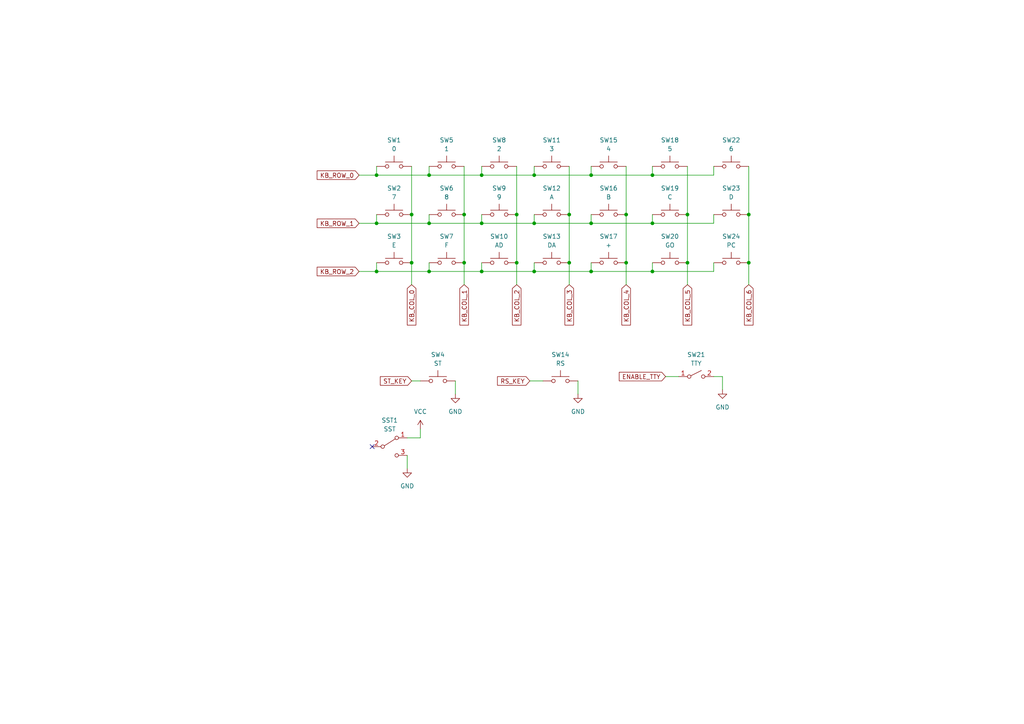
<source format=kicad_sch>
(kicad_sch (version 20211123) (generator eeschema)
  (paper "A4")
  (lib_symbols
    (symbol "Switch:SW_Push" (pin_numbers hide) (pin_names (offset 1.016) hide)
      (property "Reference" "SW" (at 1.27 2.54 0))
      (property "Value" "SW_Push" (at 0 -1.524 0))
      (symbol "SW_Push_0_1"
        (circle (center -2.032 0) (radius 0.508))
        (polyline (pts (xy 0 1.27) (xy 0 3.048)))
        (polyline (pts (xy 2.54 1.27) (xy -2.54 1.27)))
        (circle (center 2.032 0) (radius 0.508))
        (pin passive line (at -5.08 0 0) (length 2.54) (name "1") (number "1"))
        (pin passive line (at 5.08 0 180) (length 2.54) (name "2") (number "2"))
      )
    )
    (symbol "Switch:SW_SPDT" (pin_names (offset 0) hide)
      (property "Reference" "SW" (at 0 4.318 0))
      (property "Value" "SW_SPDT" (at 0 -5.08 0))
      (symbol "SW_SPDT_0_0"
        (circle (center -2.032 0) (radius 0.508))
        (circle (center 2.032 -2.54) (radius 0.508))
      )
      (symbol "SW_SPDT_0_1"
        (polyline (pts (xy -1.524 0.254) (xy 1.651 2.286)))
        (circle (center 2.032 2.54) (radius 0.508))
      )
      (symbol "SW_SPDT_1_1"
        (pin passive line (at 5.08 2.54 180) (length 2.54) (name "A") (number "1"))
        (pin passive line (at -5.08 0 0) (length 2.54) (name "B") (number "2"))
        (pin passive line (at 5.08 -2.54 180) (length 2.54) (name "C") (number "3"))
      )
    )
    (symbol "Switch:SW_SPST" (pin_names (offset 0) hide)
      (property "Reference" "SW" (at 0 3.175 0))
      (property "Value" "SW_SPST" (at 0 -2.54 0))
      (symbol "SW_SPST_0_0"
        (circle (center -2.032 0) (radius 0.508))
        (polyline (pts (xy -1.524 0.254) (xy 1.524 1.778)))
        (circle (center 2.032 0) (radius 0.508))
      )
      (symbol "SW_SPST_1_1"
        (pin passive line (at -5.08 0 0) (length 2.54) (name "A") (number "1"))
        (pin passive line (at 5.08 0 180) (length 2.54) (name "B") (number "2"))
      )
    )
    (symbol "power:GND" (power) (pin_names (offset 0))
      (property "Value" "GND" (at 0 -3.81 0))
      (symbol "GND_0_1"
        (polyline (pts (xy 0 0) (xy 0 -1.27) (xy 1.27 -1.27) (xy 0 -2.54) (xy -1.27 -1.27) (xy 0 -1.27)))
      )
      (symbol "GND_1_1"
        (pin power_in line (at 0 0 270) (length 0) hide (name "GND") (number "1"))
      )
    )
    (symbol "power:VCC" (power) (pin_names (offset 0))
      (property "Value" "VCC" (at 0 3.81 0))
      (symbol "VCC_0_1"
        (polyline (pts (xy -0.762 1.27) (xy 0 2.54)))
        (polyline (pts (xy 0 0) (xy 0 2.54)))
        (polyline (pts (xy 0 2.54) (xy 0.762 1.27)))
      )
      (symbol "VCC_1_1"
        (pin power_in line (at 0 0 90) (length 0) hide (name "VCC") (number "1"))
      )
    )
  )
  (junction (at 119.38 62.23))
  (junction (at 217.17 76.2))
  (junction (at 154.94 78.74))
  (junction (at 124.46 78.74))
  (junction (at 149.86 62.23))
  (junction (at 149.86 76.2))
  (junction (at 171.45 78.74))
  (junction (at 217.17 62.23))
  (junction (at 134.62 76.2))
  (junction (at 154.94 64.77))
  (junction (at 139.7 78.74))
  (junction (at 189.23 78.74))
  (junction (at 199.39 76.2))
  (junction (at 109.22 50.8))
  (junction (at 124.46 50.8))
  (junction (at 171.45 64.77))
  (junction (at 119.38 76.2))
  (junction (at 181.61 62.23))
  (junction (at 139.7 50.8))
  (junction (at 165.1 76.2))
  (junction (at 109.22 64.77))
  (junction (at 165.1 62.23))
  (junction (at 134.62 62.23))
  (junction (at 139.7 64.77))
  (junction (at 109.22 78.74))
  (junction (at 189.23 64.77))
  (junction (at 124.46 64.77))
  (junction (at 171.45 50.8))
  (junction (at 154.94 50.8))
  (junction (at 189.23 50.8))
  (junction (at 181.61 76.2))
  (junction (at 199.39 62.23))
  (no_connect (at 107.95 129.54))
  (wire (pts (xy 189.23 50.8) (xy 207.01 50.8)))
  (wire (pts (xy 109.22 48.26) (xy 109.22 50.8)))
  (wire (pts (xy 154.94 62.23) (xy 154.94 64.77)))
  (wire (pts (xy 134.62 62.23) (xy 134.62 76.2)))
  (wire (pts (xy 171.45 62.23) (xy 171.45 64.77)))
  (wire (pts (xy 165.1 62.23) (xy 165.1 76.2)))
  (wire (pts (xy 139.7 48.26) (xy 139.7 50.8)))
  (wire (pts (xy 124.46 48.26) (xy 124.46 50.8)))
  (wire (pts (xy 189.23 78.74) (xy 189.23 76.2)))
  (wire (pts (xy 189.23 78.74) (xy 207.01 78.74)))
  (wire (pts (xy 189.23 64.77) (xy 207.01 64.77)))
  (wire (pts (xy 171.45 50.8) (xy 189.23 50.8)))
  (wire (pts (xy 209.55 109.22) (xy 209.55 113.03)))
  (wire (pts (xy 109.22 64.77) (xy 124.46 64.77)))
  (wire (pts (xy 189.23 64.77) (xy 189.23 62.23)))
  (wire (pts (xy 154.94 48.26) (xy 154.94 50.8)))
  (wire (pts (xy 124.46 62.23) (xy 124.46 64.77)))
  (wire (pts (xy 109.22 62.23) (xy 109.22 64.77)))
  (wire (pts (xy 207.01 64.77) (xy 207.01 62.23)))
  (wire (pts (xy 171.45 48.26) (xy 171.45 50.8)))
  (wire (pts (xy 181.61 48.26) (xy 181.61 62.23)))
  (wire (pts (xy 121.92 124.46) (xy 121.92 127)))
  (wire (pts (xy 165.1 48.26) (xy 165.1 62.23)))
  (wire (pts (xy 139.7 50.8) (xy 154.94 50.8)))
  (wire (pts (xy 154.94 76.2) (xy 154.94 78.74)))
  (wire (pts (xy 217.17 62.23) (xy 217.17 76.2)))
  (wire (pts (xy 199.39 48.26) (xy 199.39 62.23)))
  (wire (pts (xy 132.08 110.49) (xy 132.08 114.3)))
  (wire (pts (xy 199.39 62.23) (xy 199.39 76.2)))
  (wire (pts (xy 139.7 62.23) (xy 139.7 64.77)))
  (wire (pts (xy 167.64 110.49) (xy 167.64 114.3)))
  (wire (pts (xy 171.45 78.74) (xy 189.23 78.74)))
  (wire (pts (xy 119.38 48.26) (xy 119.38 62.23)))
  (wire (pts (xy 109.22 76.2) (xy 109.22 78.74)))
  (wire (pts (xy 134.62 76.2) (xy 134.62 82.55)))
  (wire (pts (xy 139.7 76.2) (xy 139.7 78.74)))
  (wire (pts (xy 118.11 127) (xy 121.92 127)))
  (wire (pts (xy 149.86 62.23) (xy 149.86 76.2)))
  (wire (pts (xy 149.86 76.2) (xy 149.86 82.55)))
  (wire (pts (xy 153.67 110.49) (xy 157.48 110.49)))
  (wire (pts (xy 118.11 132.08) (xy 118.11 135.89)))
  (wire (pts (xy 154.94 64.77) (xy 171.45 64.77)))
  (wire (pts (xy 124.46 50.8) (xy 139.7 50.8)))
  (wire (pts (xy 181.61 62.23) (xy 181.61 76.2)))
  (wire (pts (xy 109.22 50.8) (xy 124.46 50.8)))
  (wire (pts (xy 104.14 78.74) (xy 109.22 78.74)))
  (wire (pts (xy 109.22 78.74) (xy 124.46 78.74)))
  (wire (pts (xy 104.14 64.77) (xy 109.22 64.77)))
  (wire (pts (xy 154.94 50.8) (xy 171.45 50.8)))
  (wire (pts (xy 149.86 48.26) (xy 149.86 62.23)))
  (wire (pts (xy 119.38 110.49) (xy 121.92 110.49)))
  (wire (pts (xy 104.14 50.8) (xy 109.22 50.8)))
  (wire (pts (xy 154.94 78.74) (xy 171.45 78.74)))
  (wire (pts (xy 139.7 64.77) (xy 154.94 64.77)))
  (wire (pts (xy 193.04 109.22) (xy 196.85 109.22)))
  (wire (pts (xy 119.38 62.23) (xy 119.38 76.2)))
  (wire (pts (xy 124.46 76.2) (xy 124.46 78.74)))
  (wire (pts (xy 139.7 78.74) (xy 154.94 78.74)))
  (wire (pts (xy 165.1 76.2) (xy 165.1 82.55)))
  (wire (pts (xy 124.46 78.74) (xy 139.7 78.74)))
  (wire (pts (xy 199.39 76.2) (xy 199.39 82.55)))
  (wire (pts (xy 171.45 64.77) (xy 189.23 64.77)))
  (wire (pts (xy 207.01 78.74) (xy 207.01 76.2)))
  (wire (pts (xy 189.23 50.8) (xy 189.23 48.26)))
  (wire (pts (xy 124.46 64.77) (xy 139.7 64.77)))
  (wire (pts (xy 171.45 76.2) (xy 171.45 78.74)))
  (wire (pts (xy 217.17 48.26) (xy 217.17 62.23)))
  (wire (pts (xy 207.01 109.22) (xy 209.55 109.22)))
  (wire (pts (xy 207.01 50.8) (xy 207.01 48.26)))
  (wire (pts (xy 217.17 76.2) (xy 217.17 82.55)))
  (wire (pts (xy 119.38 76.2) (xy 119.38 82.55)))
  (wire (pts (xy 181.61 76.2) (xy 181.61 82.55)))
  (wire (pts (xy 134.62 48.26) (xy 134.62 62.23)))
  (global_label "KB_ROW_0" (shape input) (at 104.14 50.8 180) (property "Intersheet References" "${INTERSHEET_REFS}" (effects hide)))
  (global_label "KB_COL_2" (shape input) (at 149.86 82.55 270) (property "Intersheet References" "${INTERSHEET_REFS}" (effects hide)))
  (global_label "KB_ROW_1" (shape input) (at 104.14 64.77 180) (property "Intersheet References" "${INTERSHEET_REFS}" (effects hide)))
  (global_label "KB_COL_5" (shape input) (at 199.39 82.55 270) (property "Intersheet References" "${INTERSHEET_REFS}" (effects hide)))
  (global_label "ENABLE_TTY" (shape input) (at 193.04 109.22 180) (property "Intersheet References" "${INTERSHEET_REFS}" (effects hide)))
  (global_label "ST_KEY" (shape input) (at 119.38 110.49 180) (property "Intersheet References" "${INTERSHEET_REFS}" (effects hide)))
  (global_label "KB_COL_3" (shape input) (at 165.1 82.55 270) (property "Intersheet References" "${INTERSHEET_REFS}" (effects hide)))
  (global_label "KB_ROW_2" (shape input) (at 104.14 78.74 180) (property "Intersheet References" "${INTERSHEET_REFS}" (effects hide)))
  (global_label "KB_COL_1" (shape input) (at 134.62 82.55 270) (property "Intersheet References" "${INTERSHEET_REFS}" (effects hide)))
  (global_label "KB_COL_0" (shape input) (at 119.38 82.55 270) (property "Intersheet References" "${INTERSHEET_REFS}" (effects hide)))
  (global_label "KB_COL_6" (shape input) (at 217.17 82.55 270) (property "Intersheet References" "${INTERSHEET_REFS}" (effects hide)))
  (global_label "RS_KEY" (shape input) (at 153.67 110.49 180) (property "Intersheet References" "${INTERSHEET_REFS}" (effects hide)))
  (global_label "KB_COL_4" (shape input) (at 181.61 82.55 270) (property "Intersheet References" "${INTERSHEET_REFS}" (effects hide)))
  (symbol (lib_id "Switch:SW_Push") (at 129.54 48.26 0) (unit 1)
    (property "Reference" "SW5" (at 129.54 40.64 0))
    (property "Value" "1" (at 129.54 43.18 0))
    (property "Footprint" "Button_Switch_THT:SW_PUSH-12mm" (effects hide))
  )
  (symbol (lib_id "Switch:SW_SPDT") (at 113.03 129.54 0) (unit 1)
    (property "Reference" "SST1" (at 113.03 121.92 0))
    (property "Value" "SST" (at 113.03 124.46 0))
    (property "Footprint" "Button_Switch_THT:SW_E-Switch_EG1271_DPDT" (effects hide))
  )
  (symbol (lib_id "Switch:SW_Push") (at 194.31 62.23 0) (unit 1)
    (property "Reference" "SW19" (at 194.31 54.61 0))
    (property "Value" "C" (at 194.31 57.15 0))
    (property "Footprint" "Button_Switch_THT:SW_PUSH-12mm" (effects hide))
  )
  (symbol (lib_id "Switch:SW_Push") (at 127 110.49 0) (unit 1)
    (property "Reference" "SW4" (at 127 102.87 0))
    (property "Value" "ST" (at 127 105.41 0))
    (property "Footprint" "Button_Switch_THT:SW_PUSH-12mm" (effects hide))
  )
  (symbol (lib_id "power:GND") (at 167.64 114.3 0) (unit 1)
    (property "Reference" "#PWR05" (effects hide))
    (property "Value" "GND" (at 167.64 119.38 0))
  )
  (symbol (lib_id "Switch:SW_Push") (at 176.53 76.2 0) (unit 1)
    (property "Reference" "SW17" (at 176.53 68.58 0))
    (property "Value" "+" (at 176.53 71.12 0))
    (property "Footprint" "Button_Switch_THT:SW_PUSH-12mm" (effects hide))
  )
  (symbol (lib_id "Switch:SW_Push") (at 212.09 48.26 0) (unit 1)
    (property "Reference" "SW22" (at 212.09 40.64 0))
    (property "Value" "6" (at 212.09 43.18 0))
    (property "Footprint" "Button_Switch_THT:SW_PUSH-12mm" (effects hide))
  )
  (symbol (lib_id "power:VCC") (at 121.92 124.46 0) (unit 1)
    (property "Reference" "#PWR03" (effects hide))
    (property "Value" "VCC" (at 121.92 119.38 0))
  )
  (symbol (lib_id "Switch:SW_Push") (at 176.53 62.23 0) (unit 1)
    (property "Reference" "SW16" (at 176.53 54.61 0))
    (property "Value" "B" (at 176.53 57.15 0))
    (property "Footprint" "Button_Switch_THT:SW_PUSH-12mm" (effects hide))
  )
  (symbol (lib_id "Switch:SW_Push") (at 114.3 62.23 0) (unit 1)
    (property "Reference" "SW2" (at 114.3 54.61 0))
    (property "Value" "7" (at 114.3 57.15 0))
    (property "Footprint" "Button_Switch_THT:SW_PUSH-12mm" (effects hide))
  )
  (symbol (lib_id "Switch:SW_Push") (at 144.78 76.2 0) (unit 1)
    (property "Reference" "SW10" (at 144.78 68.58 0))
    (property "Value" "AD" (at 144.78 71.12 0))
    (property "Footprint" "Button_Switch_THT:SW_PUSH-12mm" (effects hide))
  )
  (symbol (lib_id "power:GND") (at 132.08 114.3 0) (unit 1)
    (property "Reference" "#PWR04" (effects hide))
    (property "Value" "GND" (at 132.08 119.38 0))
  )
  (symbol (lib_id "Switch:SW_Push") (at 129.54 62.23 0) (unit 1)
    (property "Reference" "SW6" (at 129.54 54.61 0))
    (property "Value" "8" (at 129.54 57.15 0))
    (property "Footprint" "Button_Switch_THT:SW_PUSH-12mm" (effects hide))
  )
  (symbol (lib_id "Switch:SW_Push") (at 212.09 62.23 0) (unit 1)
    (property "Reference" "SW23" (at 212.09 54.61 0))
    (property "Value" "D" (at 212.09 57.15 0))
    (property "Footprint" "Button_Switch_THT:SW_PUSH-12mm" (effects hide))
  )
  (symbol (lib_id "Switch:SW_Push") (at 162.56 110.49 0) (unit 1)
    (property "Reference" "SW14" (at 162.56 102.87 0))
    (property "Value" "RS" (at 162.56 105.41 0))
    (property "Footprint" "Button_Switch_THT:SW_PUSH-12mm" (effects hide))
  )
  (symbol (lib_id "Switch:SW_Push") (at 176.53 48.26 0) (unit 1)
    (property "Reference" "SW15" (at 176.53 40.64 0))
    (property "Value" "4" (at 176.53 43.18 0))
    (property "Footprint" "Button_Switch_THT:SW_PUSH-12mm" (effects hide))
  )
  (symbol (lib_id "Switch:SW_Push") (at 160.02 76.2 0) (unit 1)
    (property "Reference" "SW13" (at 160.02 68.58 0))
    (property "Value" "DA" (at 160.02 71.12 0))
    (property "Footprint" "Button_Switch_THT:SW_PUSH-12mm" (effects hide))
  )
  (symbol (lib_id "Switch:SW_Push") (at 144.78 62.23 0) (unit 1)
    (property "Reference" "SW9" (at 144.78 54.61 0))
    (property "Value" "9" (at 144.78 57.15 0))
    (property "Footprint" "Button_Switch_THT:SW_PUSH-12mm" (effects hide))
  )
  (symbol (lib_id "Switch:SW_Push") (at 160.02 62.23 0) (unit 1)
    (property "Reference" "SW12" (at 160.02 54.61 0))
    (property "Value" "A" (at 160.02 57.15 0))
    (property "Footprint" "Button_Switch_THT:SW_PUSH-12mm" (effects hide))
  )
  (symbol (lib_id "Switch:SW_Push") (at 194.31 76.2 0) (unit 1)
    (property "Reference" "SW20" (at 194.31 68.58 0))
    (property "Value" "GO" (at 194.31 71.12 0))
    (property "Footprint" "Button_Switch_THT:SW_PUSH-12mm" (effects hide))
  )
  (symbol (lib_id "power:GND") (at 118.11 135.89 0) (unit 1)
    (property "Reference" "#PWR02" (effects hide))
    (property "Value" "GND" (at 118.11 140.97 0))
  )
  (symbol (lib_id "Switch:SW_Push") (at 212.09 76.2 0) (unit 1)
    (property "Reference" "SW24" (at 212.09 68.58 0))
    (property "Value" "PC" (at 212.09 71.12 0))
    (property "Footprint" "Button_Switch_THT:SW_PUSH-12mm" (effects hide))
  )
  (symbol (lib_id "power:GND") (at 209.55 113.03 0) (unit 1)
    (property "Reference" "#PWR0101" (effects hide))
    (property "Value" "GND" (at 209.55 118.11 0))
  )
  (symbol (lib_id "Switch:SW_Push") (at 194.31 48.26 0) (unit 1)
    (property "Reference" "SW18" (at 194.31 40.64 0))
    (property "Value" "5" (at 194.31 43.18 0))
    (property "Footprint" "Button_Switch_THT:SW_PUSH-12mm" (effects hide))
  )
  (symbol (lib_id "Switch:SW_Push") (at 114.3 48.26 0) (unit 1)
    (property "Reference" "SW1" (at 114.3 40.64 0))
    (property "Value" "0" (at 114.3 43.18 0))
    (property "Footprint" "Button_Switch_THT:SW_PUSH-12mm" (effects hide))
  )
  (symbol (lib_id "Switch:SW_SPST") (at 201.93 109.22 0) (unit 1)
    (property "Reference" "SW21" (at 201.93 102.87 0))
    (property "Value" "TTY" (at 201.93 105.41 0))
    (property "Footprint" "Connector_PinHeader_1.27mm:PinHeader_1x02_P1.27mm_Horizontal" (effects hide))
  )
  (symbol (lib_id "Switch:SW_Push") (at 160.02 48.26 0) (unit 1)
    (property "Reference" "SW11" (at 160.02 40.64 0))
    (property "Value" "3" (at 160.02 43.18 0))
    (property "Footprint" "Button_Switch_THT:SW_PUSH-12mm" (effects hide))
  )
  (symbol (lib_id "Switch:SW_Push") (at 144.78 48.26 0) (unit 1)
    (property "Reference" "SW8" (at 144.78 40.64 0))
    (property "Value" "2" (at 144.78 43.18 0))
    (property "Footprint" "Button_Switch_THT:SW_PUSH-12mm" (effects hide))
  )
  (symbol (lib_id "Switch:SW_Push") (at 129.54 76.2 0) (unit 1)
    (property "Reference" "SW7" (at 129.54 68.58 0))
    (property "Value" "F" (at 129.54 71.12 0))
    (property "Footprint" "Button_Switch_THT:SW_PUSH-12mm" (effects hide))
  )
  (symbol (lib_id "Switch:SW_Push") (at 114.3 76.2 0) (unit 1)
    (property "Reference" "SW3" (at 114.3 68.58 0))
    (property "Value" "E" (at 114.3 71.12 0))
    (property "Footprint" "Button_Switch_THT:SW_PUSH-12mm" (effects hide))
  )
)
</source>
